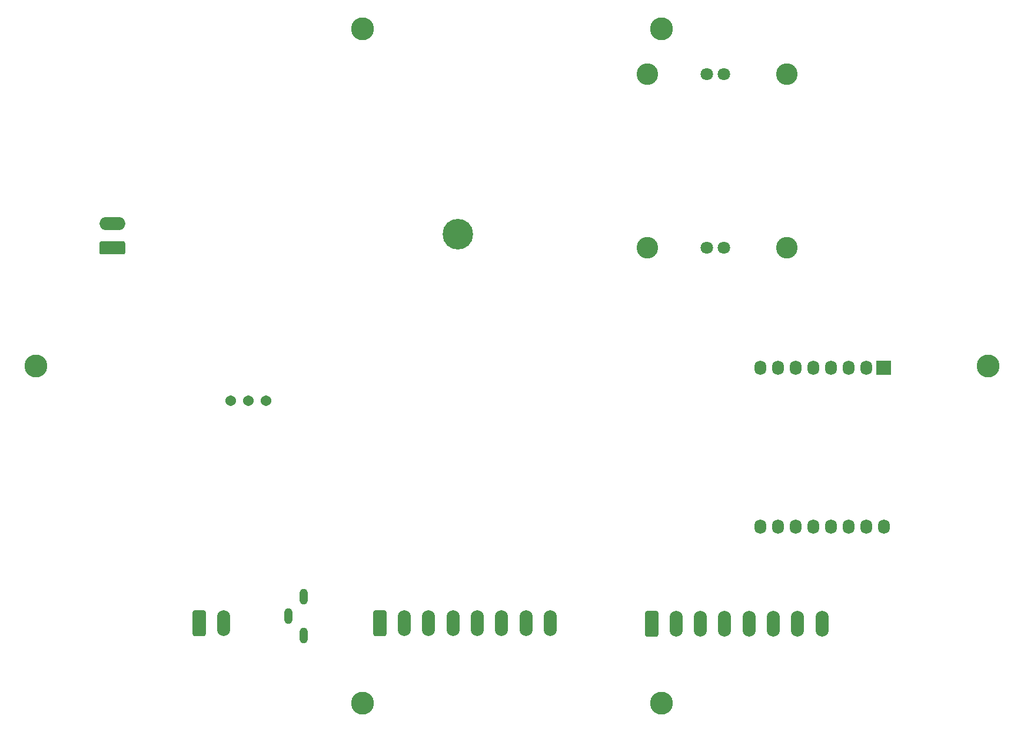
<source format=gbr>
G04 #@! TF.GenerationSoftware,KiCad,Pcbnew,(5.1.9)-1*
G04 #@! TF.CreationDate,2022-06-27T08:21:43+02:00*
G04 #@! TF.ProjectId,green_detect_3,67726565-6e5f-4646-9574-6563745f332e,0.00*
G04 #@! TF.SameCoordinates,Original*
G04 #@! TF.FileFunction,Soldermask,Bot*
G04 #@! TF.FilePolarity,Negative*
%FSLAX46Y46*%
G04 Gerber Fmt 4.6, Leading zero omitted, Abs format (unit mm)*
G04 Created by KiCad (PCBNEW (5.1.9)-1) date 2022-06-27 08:21:43*
%MOMM*%
%LPD*%
G01*
G04 APERTURE LIST*
%ADD10C,3.100000*%
%ADD11C,1.800000*%
%ADD12O,3.700000X1.900000*%
%ADD13C,1.540000*%
%ADD14O,1.700000X2.100000*%
%ADD15C,4.400000*%
%ADD16O,1.200000X2.300000*%
%ADD17C,3.300000*%
%ADD18O,1.900000X3.700000*%
G04 APERTURE END LIST*
D10*
X163500000Y-53000000D03*
X163500000Y-78000000D03*
X183500000Y-78000000D03*
X183500000Y-53000000D03*
D11*
X172000000Y-78000000D03*
X174500000Y-78000000D03*
X172000000Y-53000000D03*
X174500000Y-53000000D03*
D12*
X86500000Y-74500000D03*
G36*
G01*
X88086112Y-78950000D02*
X84913888Y-78950000D01*
G75*
G02*
X84650000Y-78686112I0J263888D01*
G01*
X84650000Y-77313888D01*
G75*
G02*
X84913888Y-77050000I263888J0D01*
G01*
X88086112Y-77050000D01*
G75*
G02*
X88350000Y-77313888I0J-263888D01*
G01*
X88350000Y-78686112D01*
G75*
G02*
X88086112Y-78950000I-263888J0D01*
G01*
G37*
D13*
X108580000Y-100000000D03*
X106040000Y-100000000D03*
X103500000Y-100000000D03*
D14*
X197500000Y-118110000D03*
X194960000Y-118110000D03*
X192420000Y-118110000D03*
X189880000Y-118110000D03*
X187340000Y-118110000D03*
X184800000Y-118110000D03*
X182260000Y-118110000D03*
X179720000Y-118110000D03*
X179720000Y-95250000D03*
X182260000Y-95250000D03*
X184800000Y-95250000D03*
X187340000Y-95250000D03*
X189880000Y-95250000D03*
X192420000Y-95250000D03*
G36*
G01*
X196500000Y-94200000D02*
X198500000Y-94200000D01*
G75*
G02*
X198550000Y-94250000I0J-50000D01*
G01*
X198550000Y-96250000D01*
G75*
G02*
X198500000Y-96300000I-50000J0D01*
G01*
X196500000Y-96300000D01*
G75*
G02*
X196450000Y-96250000I0J50000D01*
G01*
X196450000Y-94250000D01*
G75*
G02*
X196500000Y-94200000I50000J0D01*
G01*
G37*
X194960000Y-95250000D03*
D15*
X136200000Y-76000000D03*
D16*
X111850000Y-131000000D03*
X114000000Y-128200000D03*
X114000000Y-133800000D03*
D17*
X75500000Y-95000000D03*
X165500000Y-143500000D03*
X122500000Y-143500000D03*
X212500000Y-95000000D03*
X165500000Y-46500000D03*
X122500000Y-46500000D03*
D18*
X188600000Y-132100000D03*
X185100000Y-132100000D03*
X181600000Y-132100000D03*
X178100000Y-132100000D03*
X174600000Y-132100000D03*
X171100000Y-132100000D03*
X167600000Y-132100000D03*
G36*
G01*
X163150000Y-133686112D02*
X163150000Y-130513888D01*
G75*
G02*
X163413888Y-130250000I263888J0D01*
G01*
X164786112Y-130250000D01*
G75*
G02*
X165050000Y-130513888I0J-263888D01*
G01*
X165050000Y-133686112D01*
G75*
G02*
X164786112Y-133950000I-263888J0D01*
G01*
X163413888Y-133950000D01*
G75*
G02*
X163150000Y-133686112I0J263888D01*
G01*
G37*
X149500000Y-132000000D03*
X146000000Y-132000000D03*
X142500000Y-132000000D03*
X139000000Y-132000000D03*
X135500000Y-132000000D03*
X132000000Y-132000000D03*
X128500000Y-132000000D03*
G36*
G01*
X124050000Y-133586112D02*
X124050000Y-130413888D01*
G75*
G02*
X124313888Y-130150000I263888J0D01*
G01*
X125686112Y-130150000D01*
G75*
G02*
X125950000Y-130413888I0J-263888D01*
G01*
X125950000Y-133586112D01*
G75*
G02*
X125686112Y-133850000I-263888J0D01*
G01*
X124313888Y-133850000D01*
G75*
G02*
X124050000Y-133586112I0J263888D01*
G01*
G37*
X102500000Y-132000000D03*
G36*
G01*
X98050000Y-133586112D02*
X98050000Y-130413888D01*
G75*
G02*
X98313888Y-130150000I263888J0D01*
G01*
X99686112Y-130150000D01*
G75*
G02*
X99950000Y-130413888I0J-263888D01*
G01*
X99950000Y-133586112D01*
G75*
G02*
X99686112Y-133850000I-263888J0D01*
G01*
X98313888Y-133850000D01*
G75*
G02*
X98050000Y-133586112I0J263888D01*
G01*
G37*
M02*

</source>
